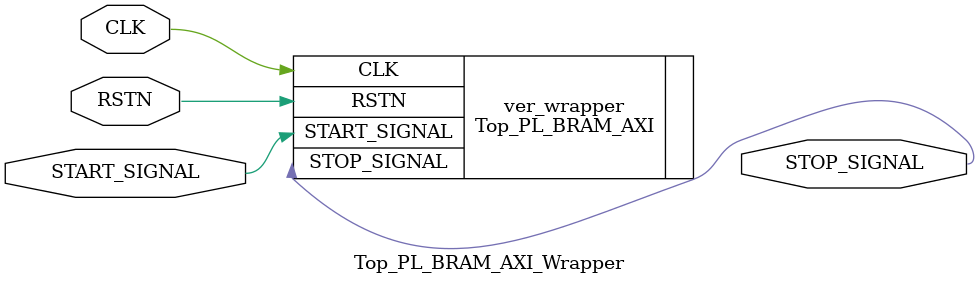
<source format=v>
module Top_PL_BRAM_AXI_Wrapper(
    input CLK,
    input RSTN,

    input START_SIGNAL,
    output STOP_SIGNAL

    //output WBEN, uncomment if you are connecting to SoC
    //output WBADDR,
    //output WBVALUE
/*
    output addrb, // BRAM Ports
    output dinb,
    input doutb,
    output enb,
    output web*/
);
    parameter N = 512;
    wire CLK;
    wire RSTN;
    wire START_SIGNAL;
    wire STOP_SIGNAL;
/*
    wire [12:0] addrb; // BRAM Ports
    wire [31:0] dinb;
    wire [31:0] doutb;
    wire enb;
    wire [3:0] web;*/

    //wire WBEN;
    //wire [12:0] WBADDR;
    //wire [12:0] WBVALUE;

    Top_PL_BRAM_AXI #(.N(N)) ver_wrapper (
        .CLK(CLK),
        .RSTN(RSTN), //for active low reset put NOT gate here
        .START_SIGNAL(START_SIGNAL),
        .STOP_SIGNAL(STOP_SIGNAL)
        //.WBEN(WBEN),
        //.WBADDR(WBADDR),
        //.WBVALUE(WBVALUE)
        /*.addrb(addrb), // BRAM Ports
        .dinb(dinb),
        .doutb(doutb),
        .enb(enb),
        .web(web)*/
    );
    
endmodule
</source>
